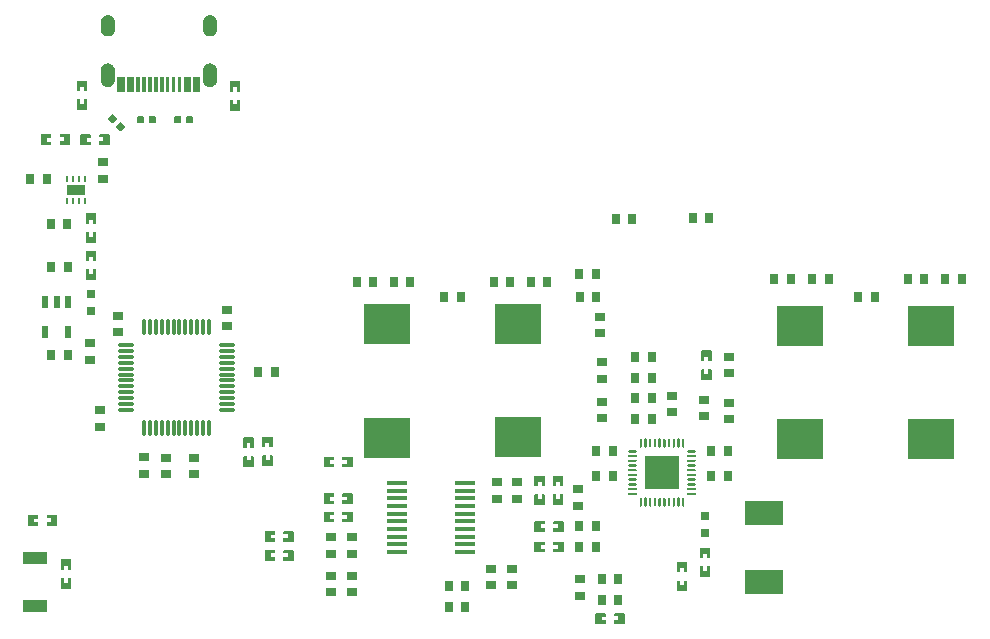
<source format=gtp>
G04 Layer: TopPasteMaskLayer*
G04 EasyEDA Pro v2.2.45.4, 2026-02-08 12:52:01*
G04 Gerber Generator version 0.3*
G04 Scale: 100 percent, Rotated: No, Reflected: No*
G04 Dimensions in millimeters*
G04 Leading zeros omitted, absolute positions, 4 integers and 5 decimals*
G04 Generated by one-click*
%FSLAX45Y45*%
%MOMM*%
%ADD10R,0.8X0.9*%
%ADD11R,0.6223X1.1049*%
%ADD12R,0.9X0.8*%
%ADD13R,0.8X0.8*%
%ADD14R,0.25001X0.521*%
%ADD15R,1.6023X0.9*%
%ADD16R,1.6X0.9*%
%ADD17O,0.27X1.5*%
%ADD18O,1.5X0.27*%
%ADD19R,2.0X1.05001*%
%ADD20R,3.99999X3.49999*%
%ADD21R,3.32001X2.15001*%
%ADD22O,1.74201X0.36401*%
G75*


G04 PolygonModel Start*
G36*
G01X5744974Y-3735003D02*
G02X5724974Y-3735003I-10000J0D01*
G01X5724974Y-3675003D01*
G02X5744974Y-3675003I10000J0D01*
G01X5744974Y-3735003D01*
G37*
G36*
G01X5704974Y-3735003D02*
G02X5684974Y-3735003I-10000J0D01*
G01X5684974Y-3675003D01*
G02X5704974Y-3675003I10000J0D01*
G01X5704974Y-3735003D01*
G37*
G36*
G01X5664974Y-3735003D02*
G02X5644974Y-3735003I-10000J0D01*
G01X5644974Y-3675003D01*
G02X5664974Y-3675003I10000J0D01*
G01X5664974Y-3735003D01*
G37*
G36*
G01X5624974Y-3735003D02*
G02X5604974Y-3735003I-10000J0D01*
G01X5604974Y-3675003D01*
G02X5624974Y-3675003I10000J0D01*
G01X5624974Y-3735003D01*
G37*
G36*
G01X5584974Y-3735003D02*
G02X5564974Y-3735003I-10000J0D01*
G01X5564974Y-3675003D01*
G02X5584974Y-3675003I10000J0D01*
G01X5584974Y-3735003D01*
G37*
G36*
G01X5544974Y-3735003D02*
G02X5524974Y-3735003I-10000J0D01*
G01X5524974Y-3675003D01*
G02X5544974Y-3675003I10000J0D01*
G01X5544974Y-3735003D01*
G37*
G36*
G01X5504974Y-3735003D02*
G02X5484974Y-3735003I-10000J0D01*
G01X5484974Y-3675003D01*
G02X5504974Y-3675003I10000J0D01*
G01X5504974Y-3735003D01*
G37*
G36*
G01X5464974Y-3735003D02*
G02X5444975Y-3735003I-10000J0D01*
G01X5444975Y-3675003D01*
G02X5464974Y-3675003I10000J0D01*
G01X5464974Y-3735003D01*
G37*
G36*
G01X5424975Y-3735003D02*
G02X5404975Y-3735003I-10000J0D01*
G01X5404975Y-3675003D01*
G02X5424975Y-3675003I10000J0D01*
G01X5424975Y-3735003D01*
G37*
G36*
G01X5384975Y-3735003D02*
G02X5364975Y-3735003I-10000J0D01*
G01X5364975Y-3675003D01*
G02X5384975Y-3675003I10000J0D01*
G01X5384975Y-3735003D01*
G37*
G36*
G01X5274975Y-4145003D02*
G02X5274975Y-4125003I0J10000D01*
G01X5334975Y-4125003D01*
G02X5334975Y-4145003I0J-10000D01*
G01X5274975Y-4145003D01*
G37*
G36*
G01X5274975Y-4104957D02*
G02X5274975Y-4084957I0J10000D01*
G01X5334975Y-4084957D01*
G02X5334975Y-4104957I0J-10000D01*
G01X5274975Y-4104957D01*
G37*
G36*
G01X5274975Y-4065079D02*
G02X5274975Y-4045079I0J10000D01*
G01X5334975Y-4045079D01*
G02X5334975Y-4065079I0J-10000D01*
G01X5274975Y-4065079D01*
G37*
G36*
G01X5274975Y-4024947D02*
G02X5274975Y-4004947I0J10000D01*
G01X5334975Y-4004947D01*
G02X5334975Y-4024947I0J-10000D01*
G01X5274975Y-4024947D01*
G37*
G36*
G01X5274975Y-3985069D02*
G02X5274975Y-3965069I0J10000D01*
G01X5334975Y-3965069D01*
G02X5334975Y-3985069I0J-10000D01*
G01X5274975Y-3985069D01*
G37*
G36*
G01X5274975Y-3944937D02*
G02X5274975Y-3924937I0J10000D01*
G01X5334975Y-3924937D01*
G02X5334975Y-3944937I0J-10000D01*
G01X5274975Y-3944937D01*
G37*
G36*
G01X5274975Y-3905059D02*
G02X5274975Y-3885059I0J10000D01*
G01X5334975Y-3885059D01*
G02X5334975Y-3905059I0J-10000D01*
G01X5274975Y-3905059D01*
G37*
G36*
G01X5274975Y-3864927D02*
G02X5274975Y-3844927I0J10000D01*
G01X5334975Y-3844927D01*
G02X5334975Y-3864927I0J-10000D01*
G01X5274975Y-3864927D01*
G37*
G36*
G01X5274975Y-3825049D02*
G02X5274975Y-3805049I0J10000D01*
G01X5334975Y-3805049D01*
G02X5334975Y-3825049I0J-10000D01*
G01X5274975Y-3825049D01*
G37*
G36*
G01X5274975Y-3785003D02*
G02X5274975Y-3765003I0J10000D01*
G01X5334975Y-3765003D01*
G02X5334975Y-3785003I0J-10000D01*
G01X5274975Y-3785003D01*
G37*
G36*
G01X5774974Y-3785003D02*
G02X5774974Y-3765003I0J10000D01*
G01X5834974Y-3765003D01*
G02X5834974Y-3785003I0J-10000D01*
G01X5774974Y-3785003D01*
G37*
G36*
G01X5774974Y-3825049D02*
G02X5774974Y-3805049I0J10000D01*
G01X5834974Y-3805049D01*
G02X5834974Y-3825049I0J-10000D01*
G01X5774974Y-3825049D01*
G37*
G36*
G01X5774974Y-3864927D02*
G02X5774974Y-3844927I0J10000D01*
G01X5834974Y-3844927D01*
G02X5834974Y-3864927I0J-10000D01*
G01X5774974Y-3864927D01*
G37*
G36*
G01X5774974Y-3905059D02*
G02X5774974Y-3885059I0J10000D01*
G01X5834974Y-3885059D01*
G02X5834974Y-3905059I0J-10000D01*
G01X5774974Y-3905059D01*
G37*
G36*
G01X5774974Y-3944937D02*
G02X5774974Y-3924937I0J10000D01*
G01X5834974Y-3924937D01*
G02X5834974Y-3944937I0J-10000D01*
G01X5774974Y-3944937D01*
G37*
G36*
G01X5774974Y-3985069D02*
G02X5774974Y-3965069I0J10000D01*
G01X5834974Y-3965069D01*
G02X5834974Y-3985069I0J-10000D01*
G01X5774974Y-3985069D01*
G37*
G36*
G01X5774974Y-4024947D02*
G02X5774974Y-4004947I0J10000D01*
G01X5834974Y-4004947D01*
G02X5834974Y-4024947I0J-10000D01*
G01X5774974Y-4024947D01*
G37*
G36*
G01X5774974Y-4065079D02*
G02X5774974Y-4045079I0J10000D01*
G01X5834974Y-4045079D01*
G02X5834974Y-4065079I0J-10000D01*
G01X5774974Y-4065079D01*
G37*
G36*
G01X5774974Y-4104957D02*
G02X5774974Y-4084957I0J10000D01*
G01X5834974Y-4084957D01*
G02X5834974Y-4104957I0J-10000D01*
G01X5774974Y-4104957D01*
G37*
G36*
G01X5774974Y-4145003D02*
G02X5774974Y-4125003I0J10000D01*
G01X5834974Y-4125003D01*
G02X5834974Y-4145003I0J-10000D01*
G01X5774974Y-4145003D01*
G37*
G36*
G01X5724974Y-4174977D02*
G02X5744974Y-4174977I10000J0D01*
G01X5744974Y-4234977D01*
G02X5724974Y-4234977I-10000J0D01*
G01X5724974Y-4174977D01*
G37*
G36*
G01X5684971Y-4174977D02*
G02X5704971Y-4174977I10000J0D01*
G01X5704971Y-4234977D01*
G02X5684971Y-4234977I-10000J0D01*
G01X5684971Y-4174977D01*
G37*
G36*
G01X5644974Y-4174977D02*
G02X5664972Y-4174977I9999J-159D01*
G01X5664972Y-4234977D01*
G02X5644974Y-4234977I-9999J159D01*
G01X5644974Y-4174977D01*
G37*
G36*
G01X5604974Y-4174977D02*
G02X5624974Y-4174977I10000J0D01*
G01X5624974Y-4234977D01*
G02X5604974Y-4234977I-10000J0D01*
G01X5604974Y-4174977D01*
G37*
G36*
G01X5564972Y-4174977D02*
G02X5584972Y-4174977I10000J0D01*
G01X5584972Y-4234977D01*
G02X5564972Y-4234977I-10000J0D01*
G01X5564972Y-4174977D01*
G37*
G36*
G01X5524972Y-4174977D02*
G02X5544972Y-4174977I10000J0D01*
G01X5544972Y-4234977D01*
G02X5524972Y-4234977I-10000J0D01*
G01X5524972Y-4174977D01*
G37*
G36*
G01X5484974Y-4174977D02*
G02X5504974Y-4174977I10000J0D01*
G01X5504974Y-4234977D01*
G02X5484974Y-4234977I-10000J0D01*
G01X5484974Y-4174977D01*
G37*
G36*
G01X5444972Y-4174977D02*
G02X5464974Y-4174977I10001J0D01*
G01X5464974Y-4234977D01*
G02X5444972Y-4234977I-10001J0D01*
G01X5444972Y-4174977D01*
G37*
G36*
G01X5404972Y-4174977D02*
G02X5424972Y-4174977I10000J0D01*
G01X5424972Y-4234977D01*
G02X5404972Y-4234977I-10000J0D01*
G01X5404972Y-4174977D01*
G37*
G36*
G01X5364975Y-4174977D02*
G02X5384975Y-4174977I10000J0D01*
G01X5384975Y-4234977D01*
G02X5364975Y-4234977I-10000J0D01*
G01X5364975Y-4174977D01*
G37*
G36*
G01X5414987Y-4095003D02*
G01X5414987Y-3815003D01*
G01X5694989Y-3815003D01*
G01X5694989Y-4095003D01*
G01X5414987Y-4095003D01*
G37*
G36*
G01X1427007Y-987457D02*
G01X1427007Y-942464D01*
G01X1432008Y-937457D01*
G01X1480007Y-937457D01*
G01X1487007Y-942464D01*
G01X1487007Y-987457D01*
G01X1480007Y-992464D01*
G01X1432008Y-992464D01*
G01X1427007Y-987457D01*
G37*
G36*
G01X1523009Y-987457D02*
G01X1523009Y-942464D01*
G01X1530006Y-937457D01*
G01X1578007Y-937457D01*
G01X1583009Y-942464D01*
G01X1583009Y-987457D01*
G01X1578007Y-992464D01*
G01X1530006Y-992464D01*
G01X1523009Y-987457D01*
G37*
G36*
G01X1267984Y-942535D02*
G01X1267984Y-987529D01*
G01X1262983Y-992535D01*
G01X1214984Y-992535D01*
G01X1207984Y-987529D01*
G01X1207984Y-942535D01*
G01X1214984Y-937529D01*
G01X1262983Y-937529D01*
G01X1267984Y-942535D01*
G37*
G36*
G01X1171982Y-942535D02*
G01X1171982Y-987529D01*
G01X1164984Y-992535D01*
G01X1116983Y-992535D01*
G01X1111982Y-987529D01*
G01X1111982Y-942535D01*
G01X1116983Y-937529D01*
G01X1164984Y-937529D01*
G01X1171982Y-942535D01*
G37*
G36*
G01X863968Y-950733D02*
G01X895783Y-918917D01*
G01X902859Y-918914D01*
G01X936799Y-952854D01*
G01X938209Y-961344D01*
G01X906394Y-993159D01*
G01X897904Y-991749D01*
G01X863964Y-957809D01*
G01X863968Y-950733D01*
G37*
G36*
G01X931851Y-1018616D02*
G01X963667Y-986801D01*
G01X972155Y-988209D01*
G01X1006097Y-1022151D01*
G01X1006093Y-1029227D01*
G01X974278Y-1061043D01*
G01X967201Y-1061046D01*
G01X933259Y-1027104D01*
G01X931851Y-1018616D01*
G37*
G36*
G01X2009995Y-3660489D02*
G01X2009995Y-3740488D01*
G01X2014997Y-3745490D01*
G01X2037793Y-3745490D01*
G01X2037793Y-3708490D01*
G01X2070793Y-3708490D01*
G01X2070793Y-3745490D01*
G01X2094996Y-3745490D01*
G01X2099995Y-3740488D01*
G01X2099995Y-3660489D01*
G01X2094996Y-3655490D01*
G01X2014997Y-3655490D01*
G01X2009995Y-3660489D01*
G37*
G36*
G01X2099993Y-3899492D02*
G01X2099993Y-3819493D01*
G01X2094991Y-3814491D01*
G01X2072195Y-3814491D01*
G01X2072195Y-3851492D01*
G01X2039195Y-3851492D01*
G01X2039195Y-3814491D01*
G01X2014992Y-3814491D01*
G01X2009993Y-3819493D01*
G01X2009993Y-3899492D01*
G01X2014992Y-3904491D01*
G01X2094991Y-3904491D01*
G01X2099993Y-3899492D01*
G37*
G36*
G01X2259992Y-3894492D02*
G01X2259992Y-3814493D01*
G01X2254991Y-3809491D01*
G01X2232195Y-3809491D01*
G01X2232195Y-3846492D01*
G01X2199195Y-3846492D01*
G01X2199195Y-3809491D01*
G01X2174991Y-3809491D01*
G01X2169992Y-3814493D01*
G01X2169992Y-3894492D01*
G01X2174991Y-3899491D01*
G01X2254991Y-3899491D01*
G01X2259992Y-3894492D01*
G37*
G36*
G01X2169995Y-3655489D02*
G01X2169995Y-3735488D01*
G01X2174996Y-3740490D01*
G01X2197793Y-3740490D01*
G01X2197793Y-3703490D01*
G01X2230792Y-3703490D01*
G01X2230792Y-3740490D01*
G01X2254996Y-3740490D01*
G01X2259995Y-3735488D01*
G01X2259995Y-3655489D01*
G01X2254996Y-3650490D01*
G01X2174996Y-3650490D01*
G01X2169995Y-3655489D01*
G37*
G36*
G01X599998Y-640495D02*
G01X599998Y-720494D01*
G01X604999Y-725496D01*
G01X627796Y-725496D01*
G01X627796Y-688496D01*
G01X660796Y-688496D01*
G01X660796Y-725496D01*
G01X684999Y-725496D01*
G01X689998Y-720494D01*
G01X689998Y-640495D01*
G01X684999Y-635496D01*
G01X604999Y-635496D01*
G01X599998Y-640495D01*
G37*
G36*
G01X689995Y-879498D02*
G01X689995Y-799499D01*
G01X684994Y-794497D01*
G01X662198Y-794497D01*
G01X662198Y-831498D01*
G01X629198Y-831498D01*
G01X629198Y-794497D01*
G01X604994Y-794497D01*
G01X599996Y-799499D01*
G01X599996Y-879498D01*
G01X604994Y-884497D01*
G01X684994Y-884497D01*
G01X689995Y-879498D01*
G37*
G36*
G01X1894996Y-645495D02*
G01X1894996Y-725494D01*
G01X1899997Y-730496D01*
G01X1922793Y-730496D01*
G01X1922793Y-693496D01*
G01X1955793Y-693496D01*
G01X1955793Y-730496D01*
G01X1979997Y-730496D01*
G01X1984995Y-725494D01*
G01X1984995Y-645495D01*
G01X1979997Y-640496D01*
G01X1899997Y-640496D01*
G01X1894996Y-645495D01*
G37*
G36*
G01X1984993Y-884498D02*
G01X1984993Y-804499D01*
G01X1979992Y-799497D01*
G01X1957195Y-799497D01*
G01X1957195Y-836498D01*
G01X1924195Y-836498D01*
G01X1924195Y-799497D01*
G01X1899992Y-799497D01*
G01X1894993Y-804499D01*
G01X1894993Y-884498D01*
G01X1899992Y-889497D01*
G01X1979992Y-889497D01*
G01X1984993Y-884498D01*
G37*
G36*
G01X300495Y-1179994D02*
G01X380495Y-1179994D01*
G01X385496Y-1174993D01*
G01X385496Y-1152197D01*
G01X348496Y-1152197D01*
G01X348496Y-1119197D01*
G01X385496Y-1119197D01*
G01X385496Y-1094993D01*
G01X380495Y-1089995D01*
G01X300495Y-1089995D01*
G01X295497Y-1094993D01*
G01X295497Y-1174993D01*
G01X300495Y-1179994D01*
G37*
G36*
G01X539499Y-1089997D02*
G01X459499Y-1089997D01*
G01X454498Y-1094998D01*
G01X454498Y-1117795D01*
G01X491498Y-1117795D01*
G01X491498Y-1150795D01*
G01X454498Y-1150795D01*
G01X454498Y-1174998D01*
G01X459499Y-1179997D01*
G01X539499Y-1179997D01*
G01X544498Y-1174998D01*
G01X544498Y-1094998D01*
G01X539499Y-1089997D01*
G37*
G36*
G01X635495Y-1179994D02*
G01X715495Y-1179994D01*
G01X720496Y-1174993D01*
G01X720496Y-1152197D01*
G01X683496Y-1152197D01*
G01X683496Y-1119197D01*
G01X720496Y-1119197D01*
G01X720496Y-1094993D01*
G01X715495Y-1089995D01*
G01X635495Y-1089995D01*
G01X630496Y-1094993D01*
G01X630496Y-1174993D01*
G01X635495Y-1179994D01*
G37*
G36*
G01X874499Y-1089997D02*
G01X794499Y-1089997D01*
G01X789497Y-1094998D01*
G01X789497Y-1117795D01*
G01X826498Y-1117795D01*
G01X826498Y-1150795D01*
G01X789497Y-1150795D01*
G01X789497Y-1174998D01*
G01X794499Y-1179997D01*
G01X874499Y-1179997D01*
G01X879497Y-1174998D01*
G01X879497Y-1094998D01*
G01X874499Y-1089997D01*
G37*
G36*
G01X674998Y-1765492D02*
G01X674998Y-1845492D01*
G01X679999Y-1850494D01*
G01X702796Y-1850494D01*
G01X702796Y-1813493D01*
G01X735795Y-1813493D01*
G01X735795Y-1850494D01*
G01X759999Y-1850494D01*
G01X764998Y-1845492D01*
G01X764998Y-1765492D01*
G01X759999Y-1760494D01*
G01X679999Y-1760494D01*
G01X674998Y-1765492D01*
G37*
G36*
G01X764995Y-2004496D02*
G01X764995Y-1924496D01*
G01X759994Y-1919495D01*
G01X737198Y-1919495D01*
G01X737198Y-1956495D01*
G01X704198Y-1956495D01*
G01X704198Y-1919495D01*
G01X679994Y-1919495D01*
G01X674995Y-1924496D01*
G01X674995Y-2004496D01*
G01X679994Y-2009495D01*
G01X759994Y-2009495D01*
G01X764995Y-2004496D01*
G37*
G36*
G01X674998Y-2080492D02*
G01X674998Y-2160492D01*
G01X679999Y-2165493D01*
G01X702796Y-2165493D01*
G01X702796Y-2128493D01*
G01X735795Y-2128493D01*
G01X735795Y-2165493D01*
G01X759999Y-2165493D01*
G01X764998Y-2160492D01*
G01X764998Y-2080492D01*
G01X759999Y-2075493D01*
G01X679999Y-2075493D01*
G01X674998Y-2080492D01*
G37*
G36*
G01X764995Y-2319496D02*
G01X764995Y-2239496D01*
G01X759994Y-2234495D01*
G01X737198Y-2234495D01*
G01X737198Y-2271495D01*
G01X704198Y-2271495D01*
G01X704198Y-2234495D01*
G01X679994Y-2234495D01*
G01X674995Y-2239496D01*
G01X674995Y-2319496D01*
G01X679994Y-2324494D01*
G01X759994Y-2324494D01*
G01X764995Y-2319496D01*
G37*
G36*
G01X944994Y-602397D02*
G01X944994Y-732394D01*
G01X974994Y-732394D01*
G01X974996Y-732394D01*
G01X1004996Y-732394D01*
G01X1004996Y-602397D01*
G01X974996Y-602397D01*
G01X974994Y-602397D01*
G01X944994Y-602397D01*
G37*
G36*
G01X1355000Y-602412D02*
G01X1355000Y-732415D01*
G01X1385000Y-732415D01*
G01X1385000Y-602412D01*
G01X1355000Y-602412D01*
G37*
G36*
G01X1584992Y-602412D02*
G01X1584992Y-732415D01*
G01X1614992Y-732415D01*
G01X1614992Y-732399D01*
G01X1644990Y-732399D01*
G01X1644990Y-602397D01*
G01X1614990Y-602397D01*
G01X1614990Y-602412D01*
G01X1584992Y-602412D01*
G37*
G36*
G01X1255001Y-602412D02*
G01X1255001Y-732415D01*
G01X1285001Y-732415D01*
G01X1285001Y-602412D01*
G01X1255001Y-602412D01*
G37*
G36*
G01X1104988Y-602410D02*
G01X1104988Y-732412D01*
G01X1134988Y-732412D01*
G01X1134988Y-602410D01*
G01X1104988Y-602410D01*
G37*
G36*
G01X1434988Y-732412D02*
G01X1434988Y-602410D01*
G01X1404988Y-602410D01*
G01X1404988Y-732412D01*
G01X1434988Y-732412D01*
G37*
G36*
G01X1155026Y-602410D02*
G01X1155026Y-732412D01*
G01X1185026Y-732412D01*
G01X1185026Y-602410D01*
G01X1155026Y-602410D01*
G37*
G36*
G01X1204988Y-602410D02*
G01X1204988Y-732412D01*
G01X1234988Y-732412D01*
G01X1234988Y-602410D01*
G01X1204988Y-602410D01*
G37*
G36*
G01X1455000Y-602410D02*
G01X1455000Y-732412D01*
G01X1485000Y-732412D01*
G01X1485000Y-602410D01*
G01X1455000Y-602410D01*
G37*
G36*
G01X1304988Y-602410D02*
G01X1304988Y-732412D01*
G01X1334988Y-732412D01*
G01X1334988Y-602410D01*
G01X1304988Y-602410D01*
G37*
G36*
G01X1504993Y-602402D02*
G01X1504993Y-732399D01*
G01X1534995Y-732399D01*
G01X1534995Y-732397D01*
G01X1564990Y-732397D01*
G01X1564990Y-602400D01*
G01X1534987Y-602400D01*
G01X1534987Y-602402D01*
G01X1504993Y-602402D01*
G37*
G36*
G01X1723024Y-690403D02*
G01X1726011Y-690553D01*
G01X1729003Y-690553D01*
G01X1731990Y-690403D01*
G01X1734967Y-690106D01*
G01X1737926Y-689659D01*
G01X1740857Y-689067D01*
G01X1743758Y-688328D01*
G01X1746615Y-687447D01*
G01X1749427Y-686423D01*
G01X1752183Y-685262D01*
G01X1754880Y-683964D01*
G01X1757507Y-682532D01*
G01X1760059Y-680972D01*
G01X1762531Y-679288D01*
G01X1764916Y-677480D01*
G01X1767207Y-675557D01*
G01X1769401Y-673522D01*
G01X1771489Y-671381D01*
G01X1773471Y-669138D01*
G01X1775335Y-666799D01*
G01X1777080Y-664371D01*
G01X1778703Y-661856D01*
G01X1780199Y-659265D01*
G01X1781566Y-656603D01*
G01X1782795Y-653878D01*
G01X1783887Y-651092D01*
G01X1784842Y-648257D01*
G01X1785652Y-645377D01*
G01X1786318Y-642461D01*
G01X1786836Y-639514D01*
G01X1787209Y-636545D01*
G01X1787433Y-633560D01*
G01X1787507Y-630571D01*
G01X1787507Y-550571D01*
G01X1787433Y-547581D01*
G01X1787209Y-544597D01*
G01X1786836Y-541628D01*
G01X1786318Y-538681D01*
G01X1785652Y-535765D01*
G01X1784842Y-532885D01*
G01X1783887Y-530050D01*
G01X1782795Y-527264D01*
G01X1781566Y-524539D01*
G01X1780199Y-521877D01*
G01X1778703Y-519286D01*
G01X1777080Y-516771D01*
G01X1775335Y-514343D01*
G01X1773471Y-512004D01*
G01X1771489Y-509761D01*
G01X1769401Y-507620D01*
G01X1767207Y-505585D01*
G01X1764916Y-503662D01*
G01X1762531Y-501854D01*
G01X1760059Y-500170D01*
G01X1757507Y-498610D01*
G01X1754880Y-497178D01*
G01X1752183Y-495880D01*
G01X1749427Y-494719D01*
G01X1746615Y-493695D01*
G01X1743758Y-492814D01*
G01X1740857Y-492075D01*
G01X1737926Y-491483D01*
G01X1734967Y-491036D01*
G01X1731990Y-490739D01*
G01X1729003Y-490589D01*
G01X1726011Y-490589D01*
G01X1723024Y-490739D01*
G01X1720047Y-491036D01*
G01X1717088Y-491483D01*
G01X1714156Y-492075D01*
G01X1711256Y-492814D01*
G01X1708398Y-493695D01*
G01X1705587Y-494719D01*
G01X1702831Y-495880D01*
G01X1700133Y-497178D01*
G01X1697507Y-498610D01*
G01X1694954Y-500170D01*
G01X1692483Y-501854D01*
G01X1690098Y-503662D01*
G01X1687807Y-505585D01*
G01X1685612Y-507620D01*
G01X1683524Y-509761D01*
G01X1681543Y-512004D01*
G01X1679679Y-514343D01*
G01X1677934Y-516771D01*
G01X1676310Y-519286D01*
G01X1674814Y-521877D01*
G01X1673448Y-524539D01*
G01X1672219Y-527264D01*
G01X1671126Y-530050D01*
G01X1670171Y-532885D01*
G01X1669361Y-535765D01*
G01X1668696Y-538681D01*
G01X1668177Y-541628D01*
G01X1667804Y-544597D01*
G01X1667580Y-547581D01*
G01X1667507Y-550571D01*
G01X1667507Y-630571D01*
G01X1667580Y-633560D01*
G01X1667804Y-636545D01*
G01X1668177Y-639514D01*
G01X1668696Y-642461D01*
G01X1669361Y-645377D01*
G01X1670171Y-648257D01*
G01X1671126Y-651092D01*
G01X1672219Y-653878D01*
G01X1673448Y-656603D01*
G01X1674814Y-659265D01*
G01X1676310Y-661856D01*
G01X1677934Y-664371D01*
G01X1679679Y-666799D01*
G01X1681543Y-669138D01*
G01X1683524Y-671381D01*
G01X1685612Y-673522D01*
G01X1687807Y-675557D01*
G01X1690098Y-677480D01*
G01X1692483Y-679288D01*
G01X1694954Y-680972D01*
G01X1697507Y-682532D01*
G01X1700133Y-683964D01*
G01X1702831Y-685262D01*
G01X1705587Y-686423D01*
G01X1708398Y-687447D01*
G01X1711256Y-688328D01*
G01X1714156Y-689067D01*
G01X1717088Y-689659D01*
G01X1720047Y-690106D01*
G01X1723024Y-690403D01*
G37*
G36*
G01X858001Y-690403D02*
G01X860988Y-690553D01*
G01X863980Y-690553D01*
G01X866967Y-690403D01*
G01X869944Y-690106D01*
G01X872903Y-689659D01*
G01X875835Y-689067D01*
G01X878735Y-688328D01*
G01X881593Y-687447D01*
G01X884405Y-686423D01*
G01X887160Y-685262D01*
G01X889858Y-683964D01*
G01X892484Y-682532D01*
G01X895037Y-680972D01*
G01X897508Y-679288D01*
G01X899893Y-677480D01*
G01X902185Y-675557D01*
G01X904379Y-673522D01*
G01X906467Y-671381D01*
G01X908448Y-669138D01*
G01X910313Y-666799D01*
G01X912057Y-664371D01*
G01X913681Y-661856D01*
G01X915177Y-659265D01*
G01X916543Y-656603D01*
G01X917772Y-653878D01*
G01X918865Y-651092D01*
G01X919820Y-648257D01*
G01X920630Y-645377D01*
G01X921295Y-642461D01*
G01X921814Y-639514D01*
G01X922187Y-636545D01*
G01X922411Y-633560D01*
G01X922484Y-630571D01*
G01X922484Y-550571D01*
G01X922411Y-547581D01*
G01X922187Y-544597D01*
G01X921814Y-541628D01*
G01X921295Y-538681D01*
G01X920630Y-535765D01*
G01X919820Y-532885D01*
G01X918865Y-530050D01*
G01X917772Y-527264D01*
G01X916543Y-524539D01*
G01X915177Y-521877D01*
G01X913681Y-519286D01*
G01X912057Y-516771D01*
G01X910313Y-514343D01*
G01X908448Y-512004D01*
G01X906467Y-509761D01*
G01X904379Y-507620D01*
G01X902185Y-505585D01*
G01X899893Y-503662D01*
G01X897508Y-501854D01*
G01X895037Y-500170D01*
G01X892484Y-498610D01*
G01X889858Y-497178D01*
G01X887160Y-495880D01*
G01X884405Y-494719D01*
G01X881593Y-493695D01*
G01X878735Y-492814D01*
G01X875835Y-492075D01*
G01X872903Y-491483D01*
G01X869944Y-491036D01*
G01X866967Y-490739D01*
G01X863980Y-490589D01*
G01X860988Y-490589D01*
G01X858001Y-490739D01*
G01X855024Y-491036D01*
G01X852065Y-491483D01*
G01X849134Y-492075D01*
G01X846233Y-492814D01*
G01X843376Y-493695D01*
G01X840564Y-494719D01*
G01X837808Y-495880D01*
G01X835111Y-497178D01*
G01X832484Y-498610D01*
G01X829932Y-500170D01*
G01X827460Y-501854D01*
G01X825075Y-503662D01*
G01X822784Y-505585D01*
G01X820590Y-507620D01*
G01X818502Y-509761D01*
G01X816520Y-512004D01*
G01X814656Y-514343D01*
G01X812911Y-516771D01*
G01X811288Y-519286D01*
G01X809792Y-521877D01*
G01X808425Y-524539D01*
G01X807196Y-527264D01*
G01X806104Y-530050D01*
G01X805149Y-532885D01*
G01X804339Y-535765D01*
G01X803673Y-538681D01*
G01X803155Y-541628D01*
G01X802782Y-544597D01*
G01X802558Y-547581D01*
G01X802484Y-550571D01*
G01X802484Y-630571D01*
G01X802558Y-633560D01*
G01X802782Y-636545D01*
G01X803155Y-639514D01*
G01X803673Y-642461D01*
G01X804339Y-645377D01*
G01X805149Y-648257D01*
G01X806104Y-651092D01*
G01X807196Y-653878D01*
G01X808425Y-656603D01*
G01X809792Y-659265D01*
G01X811288Y-661856D01*
G01X812911Y-664371D01*
G01X814656Y-666799D01*
G01X816520Y-669138D01*
G01X818502Y-671381D01*
G01X820590Y-673522D01*
G01X822784Y-675557D01*
G01X825075Y-677480D01*
G01X827460Y-679288D01*
G01X829932Y-680972D01*
G01X832484Y-682532D01*
G01X835111Y-683964D01*
G01X837808Y-685262D01*
G01X840564Y-686423D01*
G01X843376Y-687447D01*
G01X846233Y-688328D01*
G01X849134Y-689067D01*
G01X852065Y-689659D01*
G01X855024Y-690106D01*
G01X858001Y-690403D01*
G37*
G36*
G01X1729003Y-262563D02*
G01X1731990Y-262413D01*
G01X1734967Y-262116D01*
G01X1737926Y-261669D01*
G01X1740857Y-261077D01*
G01X1743758Y-260338D01*
G01X1746615Y-259457D01*
G01X1749427Y-258433D01*
G01X1752183Y-257272D01*
G01X1754880Y-255974D01*
G01X1757507Y-254542D01*
G01X1760059Y-252982D01*
G01X1762531Y-251298D01*
G01X1764916Y-249490D01*
G01X1767207Y-247567D01*
G01X1769401Y-245532D01*
G01X1771489Y-243391D01*
G01X1773471Y-241148D01*
G01X1775335Y-238809D01*
G01X1777080Y-236381D01*
G01X1778703Y-233866D01*
G01X1780199Y-231275D01*
G01X1781566Y-228613D01*
G01X1782795Y-225888D01*
G01X1783887Y-223102D01*
G01X1784842Y-220267D01*
G01X1785652Y-217387D01*
G01X1786318Y-214471D01*
G01X1786836Y-211524D01*
G01X1787209Y-208555D01*
G01X1787433Y-205570D01*
G01X1787507Y-202581D01*
G01X1787507Y-142581D01*
G01X1787433Y-139591D01*
G01X1787209Y-136607D01*
G01X1786836Y-133638D01*
G01X1786318Y-130691D01*
G01X1785652Y-127775D01*
G01X1784842Y-124895D01*
G01X1783887Y-122060D01*
G01X1782795Y-119274D01*
G01X1781566Y-116549D01*
G01X1780199Y-113887D01*
G01X1778703Y-111296D01*
G01X1777080Y-108781D01*
G01X1775335Y-106353D01*
G01X1773471Y-104014D01*
G01X1771489Y-101771D01*
G01X1769401Y-99630D01*
G01X1767207Y-97595D01*
G01X1764916Y-95672D01*
G01X1762531Y-93864D01*
G01X1760059Y-92180D01*
G01X1757507Y-90620D01*
G01X1754880Y-89188D01*
G01X1752183Y-87890D01*
G01X1749427Y-86729D01*
G01X1746615Y-85705D01*
G01X1743758Y-84824D01*
G01X1740857Y-84085D01*
G01X1737926Y-83493D01*
G01X1734967Y-83046D01*
G01X1731990Y-82749D01*
G01X1729003Y-82599D01*
G01X1726011Y-82599D01*
G01X1723024Y-82749D01*
G01X1720047Y-83046D01*
G01X1717088Y-83493D01*
G01X1714156Y-84085D01*
G01X1711256Y-84824D01*
G01X1708398Y-85705D01*
G01X1705587Y-86729D01*
G01X1702831Y-87890D01*
G01X1700133Y-89188D01*
G01X1697507Y-90620D01*
G01X1694954Y-92180D01*
G01X1692483Y-93864D01*
G01X1690098Y-95672D01*
G01X1687807Y-97595D01*
G01X1685612Y-99630D01*
G01X1683524Y-101771D01*
G01X1681543Y-104014D01*
G01X1679679Y-106353D01*
G01X1677934Y-108781D01*
G01X1676310Y-111296D01*
G01X1674814Y-113887D01*
G01X1673448Y-116549D01*
G01X1672219Y-119274D01*
G01X1671126Y-122060D01*
G01X1670171Y-124895D01*
G01X1669361Y-127775D01*
G01X1668696Y-130691D01*
G01X1668177Y-133638D01*
G01X1667804Y-136607D01*
G01X1667580Y-139591D01*
G01X1667507Y-142581D01*
G01X1667507Y-202581D01*
G01X1667580Y-205570D01*
G01X1667804Y-208555D01*
G01X1668177Y-211524D01*
G01X1668696Y-214471D01*
G01X1669361Y-217387D01*
G01X1670171Y-220267D01*
G01X1671126Y-223102D01*
G01X1672219Y-225888D01*
G01X1673448Y-228613D01*
G01X1674814Y-231275D01*
G01X1676310Y-233866D01*
G01X1677934Y-236381D01*
G01X1679679Y-238809D01*
G01X1681543Y-241148D01*
G01X1683524Y-243391D01*
G01X1685612Y-245532D01*
G01X1687807Y-247567D01*
G01X1690098Y-249490D01*
G01X1692483Y-251298D01*
G01X1694954Y-252982D01*
G01X1697507Y-254542D01*
G01X1700133Y-255974D01*
G01X1702831Y-257272D01*
G01X1705587Y-258433D01*
G01X1708398Y-259457D01*
G01X1711256Y-260338D01*
G01X1714156Y-261077D01*
G01X1717088Y-261669D01*
G01X1720047Y-262116D01*
G01X1723024Y-262413D01*
G01X1726011Y-262563D01*
G01X1729003Y-262563D01*
G37*
G36*
G01X858001Y-262413D02*
G01X860988Y-262563D01*
G01X863980Y-262563D01*
G01X866967Y-262413D01*
G01X869944Y-262116D01*
G01X872903Y-261669D01*
G01X875835Y-261077D01*
G01X878735Y-260338D01*
G01X881593Y-259457D01*
G01X884405Y-258433D01*
G01X887160Y-257272D01*
G01X889858Y-255974D01*
G01X892484Y-254542D01*
G01X895037Y-252982D01*
G01X897508Y-251298D01*
G01X899893Y-249490D01*
G01X902185Y-247567D01*
G01X904379Y-245532D01*
G01X906467Y-243391D01*
G01X908448Y-241148D01*
G01X910313Y-238809D01*
G01X912057Y-236381D01*
G01X913681Y-233866D01*
G01X915177Y-231275D01*
G01X916543Y-228613D01*
G01X917772Y-225888D01*
G01X918865Y-223102D01*
G01X919820Y-220267D01*
G01X920630Y-217387D01*
G01X921295Y-214471D01*
G01X921814Y-211524D01*
G01X922187Y-208555D01*
G01X922411Y-205570D01*
G01X922484Y-202581D01*
G01X922484Y-142581D01*
G01X922411Y-139591D01*
G01X922187Y-136607D01*
G01X921814Y-133638D01*
G01X921295Y-130691D01*
G01X920630Y-127775D01*
G01X919820Y-124895D01*
G01X918865Y-122060D01*
G01X917772Y-119274D01*
G01X916543Y-116549D01*
G01X915177Y-113887D01*
G01X913681Y-111296D01*
G01X912057Y-108781D01*
G01X910313Y-106353D01*
G01X908448Y-104014D01*
G01X906467Y-101771D01*
G01X904379Y-99630D01*
G01X902185Y-97595D01*
G01X899893Y-95672D01*
G01X897508Y-93864D01*
G01X895037Y-92180D01*
G01X892484Y-90620D01*
G01X889858Y-89188D01*
G01X887160Y-87890D01*
G01X884405Y-86729D01*
G01X881593Y-85705D01*
G01X878735Y-84824D01*
G01X875835Y-84085D01*
G01X872903Y-83493D01*
G01X869944Y-83046D01*
G01X866967Y-82749D01*
G01X863980Y-82599D01*
G01X860988Y-82599D01*
G01X858001Y-82749D01*
G01X855024Y-83046D01*
G01X852065Y-83493D01*
G01X849134Y-84085D01*
G01X846233Y-84824D01*
G01X843376Y-85705D01*
G01X840564Y-86729D01*
G01X837808Y-87890D01*
G01X835111Y-89188D01*
G01X832484Y-90620D01*
G01X829932Y-92180D01*
G01X827460Y-93864D01*
G01X825075Y-95672D01*
G01X822784Y-97595D01*
G01X820590Y-99630D01*
G01X818502Y-101771D01*
G01X816520Y-104014D01*
G01X814656Y-106353D01*
G01X812911Y-108781D01*
G01X811288Y-111296D01*
G01X809792Y-113887D01*
G01X808425Y-116549D01*
G01X807196Y-119274D01*
G01X806104Y-122060D01*
G01X805149Y-124895D01*
G01X804339Y-127775D01*
G01X803673Y-130691D01*
G01X803155Y-133638D01*
G01X802782Y-136607D01*
G01X802558Y-139591D01*
G01X802484Y-142581D01*
G01X802484Y-202581D01*
G01X802558Y-205570D01*
G01X802782Y-208555D01*
G01X803155Y-211524D01*
G01X803673Y-214471D01*
G01X804339Y-217387D01*
G01X805149Y-220267D01*
G01X806104Y-223102D01*
G01X807196Y-225888D01*
G01X808425Y-228613D01*
G01X809792Y-231275D01*
G01X811288Y-233866D01*
G01X812911Y-236381D01*
G01X814656Y-238809D01*
G01X816520Y-241148D01*
G01X818502Y-243391D01*
G01X820590Y-245532D01*
G01X822784Y-247567D01*
G01X825075Y-249490D01*
G01X827460Y-251298D01*
G01X829932Y-252982D01*
G01X832484Y-254542D01*
G01X835111Y-255974D01*
G01X837808Y-257272D01*
G01X840564Y-258433D01*
G01X843376Y-259457D01*
G01X846233Y-260338D01*
G01X849134Y-261077D01*
G01X852065Y-261669D01*
G01X855024Y-262116D01*
G01X858001Y-262413D01*
G37*
G36*
G01X1024978Y-602418D02*
G01X1024978Y-732415D01*
G01X1054978Y-732415D01*
G01X1054981Y-732415D01*
G01X1084981Y-732415D01*
G01X1084981Y-602418D01*
G01X1054981Y-602418D01*
G01X1054978Y-602418D01*
G01X1024978Y-602418D01*
G37*
G36*
G01X190496Y-4404988D02*
G01X270495Y-4404988D01*
G01X275497Y-4399987D01*
G01X275497Y-4377190D01*
G01X238496Y-4377190D01*
G01X238496Y-4344191D01*
G01X275497Y-4344191D01*
G01X275497Y-4319987D01*
G01X270495Y-4314988D01*
G01X190496Y-4314988D01*
G01X185497Y-4319987D01*
G01X185497Y-4399987D01*
G01X190496Y-4404988D01*
G37*
G36*
G01X429499Y-4314991D02*
G01X349500Y-4314991D01*
G01X344498Y-4319992D01*
G01X344498Y-4342788D01*
G01X381498Y-4342788D01*
G01X381498Y-4375788D01*
G01X344498Y-4375788D01*
G01X344498Y-4399992D01*
G01X349500Y-4404991D01*
G01X429499Y-4404991D01*
G01X434498Y-4399992D01*
G01X434498Y-4319992D01*
G01X429499Y-4314991D01*
G37*
G36*
G01X464998Y-4695487D02*
G01X464998Y-4775486D01*
G01X470000Y-4780488D01*
G01X492796Y-4780488D01*
G01X492796Y-4743487D01*
G01X525796Y-4743487D01*
G01X525796Y-4780488D01*
G01X550000Y-4780488D01*
G01X554998Y-4775486D01*
G01X554998Y-4695487D01*
G01X550000Y-4690488D01*
G01X470000Y-4690488D01*
G01X464998Y-4695487D01*
G37*
G36*
G01X554996Y-4934490D02*
G01X554996Y-4854491D01*
G01X549994Y-4849489D01*
G01X527198Y-4849489D01*
G01X527198Y-4886489D01*
G01X494198Y-4886489D01*
G01X494198Y-4849489D01*
G01X469995Y-4849489D01*
G01X464996Y-4854491D01*
G01X464996Y-4934490D01*
G01X469995Y-4939489D01*
G01X549994Y-4939489D01*
G01X554996Y-4934490D01*
G37*
G36*
G01X2934494Y-4129991D02*
G01X2854495Y-4129991D01*
G01X2849493Y-4134992D01*
G01X2849493Y-4157789D01*
G01X2886493Y-4157789D01*
G01X2886493Y-4190789D01*
G01X2849493Y-4190789D01*
G01X2849493Y-4214992D01*
G01X2854495Y-4219991D01*
G01X2934494Y-4219991D01*
G01X2939493Y-4214992D01*
G01X2939493Y-4134992D01*
G01X2934494Y-4129991D01*
G37*
G36*
G01X2695491Y-4219988D02*
G01X2775490Y-4219988D01*
G01X2780492Y-4214987D01*
G01X2780492Y-4192191D01*
G01X2743491Y-4192191D01*
G01X2743491Y-4159191D01*
G01X2780492Y-4159191D01*
G01X2780492Y-4134987D01*
G01X2775490Y-4129989D01*
G01X2695491Y-4129989D01*
G01X2690492Y-4134987D01*
G01X2690492Y-4214987D01*
G01X2695491Y-4219988D01*
G37*
G36*
G01X2934494Y-3819992D02*
G01X2854495Y-3819992D01*
G01X2849493Y-3824993D01*
G01X2849493Y-3847789D01*
G01X2886493Y-3847789D01*
G01X2886493Y-3880789D01*
G01X2849493Y-3880789D01*
G01X2849493Y-3904993D01*
G01X2854495Y-3909992D01*
G01X2934494Y-3909992D01*
G01X2939493Y-3904993D01*
G01X2939493Y-3824993D01*
G01X2934494Y-3819992D01*
G37*
G36*
G01X2695491Y-3909989D02*
G01X2775490Y-3909989D01*
G01X2780492Y-3904988D01*
G01X2780492Y-3882191D01*
G01X2743491Y-3882191D01*
G01X2743491Y-3849192D01*
G01X2780492Y-3849192D01*
G01X2780492Y-3824988D01*
G01X2775490Y-3819989D01*
G01X2695491Y-3819989D01*
G01X2690492Y-3824988D01*
G01X2690492Y-3904988D01*
G01X2695491Y-3909989D01*
G37*
G36*
G01X2934494Y-4284991D02*
G01X2854495Y-4284991D01*
G01X2849493Y-4289992D01*
G01X2849493Y-4312789D01*
G01X2886493Y-4312789D01*
G01X2886493Y-4345788D01*
G01X2849493Y-4345788D01*
G01X2849493Y-4369992D01*
G01X2854495Y-4374991D01*
G01X2934494Y-4374991D01*
G01X2939493Y-4369992D01*
G01X2939493Y-4289992D01*
G01X2934494Y-4284991D01*
G37*
G36*
G01X2695491Y-4374988D02*
G01X2775490Y-4374988D01*
G01X2780492Y-4369987D01*
G01X2780492Y-4347190D01*
G01X2743491Y-4347190D01*
G01X2743491Y-4314191D01*
G01X2780492Y-4314191D01*
G01X2780492Y-4289987D01*
G01X2775490Y-4284988D01*
G01X2695491Y-4284988D01*
G01X2690492Y-4289987D01*
G01X2690492Y-4369987D01*
G01X2695491Y-4374988D01*
G37*
G36*
G01X4719491Y-4364991D02*
G01X4639491Y-4364991D01*
G01X4634490Y-4369992D01*
G01X4634490Y-4392788D01*
G01X4671490Y-4392788D01*
G01X4671490Y-4425788D01*
G01X4634490Y-4425788D01*
G01X4634490Y-4449992D01*
G01X4639491Y-4454990D01*
G01X4719491Y-4454990D01*
G01X4724490Y-4449992D01*
G01X4724490Y-4369992D01*
G01X4719491Y-4364991D01*
G37*
G36*
G01X4480487Y-4454988D02*
G01X4560487Y-4454988D01*
G01X4565488Y-4449987D01*
G01X4565488Y-4427190D01*
G01X4528488Y-4427190D01*
G01X4528488Y-4394190D01*
G01X4565488Y-4394190D01*
G01X4565488Y-4369987D01*
G01X4560487Y-4364988D01*
G01X4480487Y-4364988D01*
G01X4475488Y-4369987D01*
G01X4475488Y-4449987D01*
G01X4480487Y-4454988D01*
G37*
G36*
G01X4719491Y-4539990D02*
G01X4639491Y-4539990D01*
G01X4634490Y-4544992D01*
G01X4634490Y-4567788D01*
G01X4671490Y-4567788D01*
G01X4671490Y-4600788D01*
G01X4634490Y-4600788D01*
G01X4634490Y-4624991D01*
G01X4639491Y-4629990D01*
G01X4719491Y-4629990D01*
G01X4724490Y-4624991D01*
G01X4724490Y-4544992D01*
G01X4719491Y-4539990D01*
G37*
G36*
G01X4480487Y-4629988D02*
G01X4560487Y-4629988D01*
G01X4565488Y-4624986D01*
G01X4565488Y-4602190D01*
G01X4528488Y-4602190D01*
G01X4528488Y-4569190D01*
G01X4565488Y-4569190D01*
G01X4565488Y-4544986D01*
G01X4560487Y-4539988D01*
G01X4480487Y-4539988D01*
G01X4475488Y-4544986D01*
G01X4475488Y-4624986D01*
G01X4480487Y-4629988D01*
G37*
G36*
G01X5964985Y-4834491D02*
G01X5964985Y-4754491D01*
G01X5959984Y-4749489D01*
G01X5937187Y-4749489D01*
G01X5937187Y-4786490D01*
G01X5904187Y-4786490D01*
G01X5904187Y-4749489D01*
G01X5879984Y-4749489D01*
G01X5874985Y-4754491D01*
G01X5874985Y-4834491D01*
G01X5879984Y-4839489D01*
G01X5959984Y-4839489D01*
G01X5964985Y-4834491D01*
G37*
G36*
G01X5874988Y-4595487D02*
G01X5874988Y-4675487D01*
G01X5879989Y-4680488D01*
G01X5902785Y-4680488D01*
G01X5902785Y-4643488D01*
G01X5935785Y-4643488D01*
G01X5935785Y-4680488D01*
G01X5959989Y-4680488D01*
G01X5964987Y-4675487D01*
G01X5964987Y-4595487D01*
G01X5959989Y-4590488D01*
G01X5879989Y-4590488D01*
G01X5874988Y-4595487D01*
G37*
G36*
G01X5974985Y-3164494D02*
G01X5974985Y-3084494D01*
G01X5969984Y-3079493D01*
G01X5947187Y-3079493D01*
G01X5947187Y-3116493D01*
G01X5914187Y-3116493D01*
G01X5914187Y-3079493D01*
G01X5889984Y-3079493D01*
G01X5884985Y-3084494D01*
G01X5884985Y-3164494D01*
G01X5889984Y-3169493D01*
G01X5969984Y-3169493D01*
G01X5974985Y-3164494D01*
G37*
G36*
G01X5884988Y-2925490D02*
G01X5884988Y-3005490D01*
G01X5889989Y-3010491D01*
G01X5912785Y-3010491D01*
G01X5912785Y-2973491D01*
G01X5945785Y-2973491D01*
G01X5945785Y-3010491D01*
G01X5969989Y-3010491D01*
G01X5974987Y-3005490D01*
G01X5974987Y-2925490D01*
G01X5969989Y-2920491D01*
G01X5889989Y-2920491D01*
G01X5884988Y-2925490D01*
G37*
G36*
G01X5680002Y-4715495D02*
G01X5680002Y-4795495D01*
G01X5685003Y-4800496D01*
G01X5707800Y-4800496D01*
G01X5707800Y-4763496D01*
G01X5740799Y-4763496D01*
G01X5740799Y-4800496D01*
G01X5765003Y-4800496D01*
G01X5770002Y-4795495D01*
G01X5770002Y-4715495D01*
G01X5765003Y-4710497D01*
G01X5685003Y-4710497D01*
G01X5680002Y-4715495D01*
G37*
G36*
G01X5769999Y-4954499D02*
G01X5769999Y-4874499D01*
G01X5764998Y-4869498D01*
G01X5742201Y-4869498D01*
G01X5742201Y-4906498D01*
G01X5709202Y-4906498D01*
G01X5709202Y-4869498D01*
G01X5684998Y-4869498D01*
G01X5679999Y-4874499D01*
G01X5679999Y-4954499D01*
G01X5684998Y-4959498D01*
G01X5764998Y-4959498D01*
G01X5769999Y-4954499D01*
G37*
G36*
G01X4629990Y-3985488D02*
G01X4629990Y-4065488D01*
G01X4634991Y-4070489D01*
G01X4657788Y-4070489D01*
G01X4657788Y-4033489D01*
G01X4690788Y-4033489D01*
G01X4690788Y-4070489D01*
G01X4714991Y-4070489D01*
G01X4719990Y-4065488D01*
G01X4719990Y-3985488D01*
G01X4714991Y-3980489D01*
G01X4634991Y-3980489D01*
G01X4629990Y-3985488D01*
G37*
G36*
G01X4719987Y-4224492D02*
G01X4719987Y-4144492D01*
G01X4714986Y-4139491D01*
G01X4692190Y-4139491D01*
G01X4692190Y-4176491D01*
G01X4659190Y-4176491D01*
G01X4659190Y-4139491D01*
G01X4634986Y-4139491D01*
G01X4629988Y-4144492D01*
G01X4629988Y-4224492D01*
G01X4634986Y-4229491D01*
G01X4714986Y-4229491D01*
G01X4719987Y-4224492D01*
G37*
G36*
G01X5234490Y-5144989D02*
G01X5154490Y-5144989D01*
G01X5149489Y-5149990D01*
G01X5149489Y-5172787D01*
G01X5186489Y-5172787D01*
G01X5186489Y-5205787D01*
G01X5149489Y-5205787D01*
G01X5149489Y-5229990D01*
G01X5154490Y-5234989D01*
G01X5234490Y-5234989D01*
G01X5239489Y-5229990D01*
G01X5239489Y-5149990D01*
G01X5234490Y-5144989D01*
G37*
G36*
G01X4995486Y-5234986D02*
G01X5075486Y-5234986D01*
G01X5080487Y-5229985D01*
G01X5080487Y-5207189D01*
G01X5043487Y-5207189D01*
G01X5043487Y-5174189D01*
G01X5080487Y-5174189D01*
G01X5080487Y-5149985D01*
G01X5075486Y-5144987D01*
G01X4995486Y-5144987D01*
G01X4990487Y-5149985D01*
G01X4990487Y-5229985D01*
G01X4995486Y-5234986D01*
G37*
G36*
G01X2195492Y-4539988D02*
G01X2275491Y-4539988D01*
G01X2280493Y-4534986D01*
G01X2280493Y-4512190D01*
G01X2243492Y-4512190D01*
G01X2243492Y-4479190D01*
G01X2280493Y-4479190D01*
G01X2280493Y-4454987D01*
G01X2275491Y-4449988D01*
G01X2195492Y-4449988D01*
G01X2190493Y-4454987D01*
G01X2190493Y-4534986D01*
G01X2195492Y-4539988D01*
G37*
G36*
G01X2434495Y-4449990D02*
G01X2354496Y-4449990D01*
G01X2349494Y-4454992D01*
G01X2349494Y-4477788D01*
G01X2386494Y-4477788D01*
G01X2386494Y-4510788D01*
G01X2349494Y-4510788D01*
G01X2349494Y-4534992D01*
G01X2354496Y-4539990D01*
G01X2434495Y-4539990D01*
G01X2439494Y-4534992D01*
G01X2439494Y-4454992D01*
G01X2434495Y-4449990D01*
G37*
G36*
G01X2434495Y-4609990D02*
G01X2354496Y-4609990D01*
G01X2349494Y-4614991D01*
G01X2349494Y-4637788D01*
G01X2386494Y-4637788D01*
G01X2386494Y-4670788D01*
G01X2349494Y-4670788D01*
G01X2349494Y-4694991D01*
G01X2354496Y-4699990D01*
G01X2434495Y-4699990D01*
G01X2439494Y-4694991D01*
G01X2439494Y-4614991D01*
G01X2434495Y-4609990D01*
G37*
G36*
G01X2195492Y-4699987D02*
G01X2275491Y-4699987D01*
G01X2280493Y-4694986D01*
G01X2280493Y-4672190D01*
G01X2243492Y-4672190D01*
G01X2243492Y-4639190D01*
G01X2280493Y-4639190D01*
G01X2280493Y-4614986D01*
G01X2275491Y-4609988D01*
G01X2195492Y-4609988D01*
G01X2190493Y-4614986D01*
G01X2190493Y-4694986D01*
G01X2195492Y-4699987D01*
G37*
G36*
G01X4564988Y-4224492D02*
G01X4564988Y-4144492D01*
G01X4559986Y-4139491D01*
G01X4537190Y-4139491D01*
G01X4537190Y-4176491D01*
G01X4504190Y-4176491D01*
G01X4504190Y-4139491D01*
G01X4479987Y-4139491D01*
G01X4474988Y-4144492D01*
G01X4474988Y-4224492D01*
G01X4479987Y-4229491D01*
G01X4559986Y-4229491D01*
G01X4564988Y-4224492D01*
G37*
G36*
G01X4474990Y-3985488D02*
G01X4474990Y-4065488D01*
G01X4479992Y-4070489D01*
G01X4502788Y-4070489D01*
G01X4502788Y-4033489D01*
G01X4535788Y-4033489D01*
G01X4535788Y-4070489D01*
G01X4559992Y-4070489D01*
G01X4564990Y-4065488D01*
G01X4564990Y-3985488D01*
G01X4559992Y-3980489D01*
G01X4479992Y-3980489D01*
G01X4474990Y-3985488D01*
G37*

G04 Pad Start*
G54D10*
G01X523300Y-2212785D03*
G01X383296Y-2212785D03*
G01X523300Y-2962085D03*
G01X383296Y-2962085D03*
G54D11*
G01X334029Y-2767471D03*
G01X523970Y-2767471D03*
G01X523970Y-2507477D03*
G01X429050Y-2507477D03*
G01X334029Y-2507477D03*
G54D10*
G01X345000Y-1464995D03*
G01X204995Y-1464995D03*
G54D12*
G01X824997Y-1324993D03*
G01X824997Y-1464998D03*
G54D10*
G01X520000Y-1849994D03*
G01X379995Y-1849994D03*
G54D13*
G01X720340Y-2589893D03*
G01X719654Y-2440094D03*
G54D14*
G01X670003Y-1464999D03*
G01X619991Y-1464999D03*
G01X570003Y-1464999D03*
G01X519991Y-1464999D03*
G01X519991Y-1654991D03*
G01X570003Y-1654991D03*
G01X619991Y-1654991D03*
G01X670003Y-1654991D03*
G54D16*
G01X594997Y-1559995D03*
G54D12*
G01X1589995Y-3829988D03*
G01X1589995Y-3969993D03*
G01X1354996Y-3969993D03*
G01X1354996Y-3829988D03*
G01X1869994Y-2714995D03*
G01X1869994Y-2574991D03*
G01X949996Y-2624990D03*
G01X949996Y-2764995D03*
G01X794996Y-3424989D03*
G01X794996Y-3564993D03*
G01X709997Y-2859990D03*
G01X709997Y-2999995D03*
G01X1169996Y-3824988D03*
G01X1169996Y-3964993D03*
G54D17*
G01X1169990Y-3574984D03*
G01X1220002Y-3574984D03*
G01X1269989Y-3574984D03*
G01X1320002Y-3574984D03*
G01X1369989Y-3574984D03*
G01X1420002Y-3574984D03*
G01X1469989Y-3574984D03*
G01X1520002Y-3574984D03*
G01X1569989Y-3574984D03*
G01X1620001Y-3574984D03*
G01X1669989Y-3574984D03*
G01X1720001Y-3574984D03*
G54D18*
G01X1869988Y-3424997D03*
G01X1869988Y-3374985D03*
G01X1869988Y-3324998D03*
G01X1869988Y-3274985D03*
G01X1869988Y-3224998D03*
G01X1869988Y-3174986D03*
G01X1869988Y-3124998D03*
G01X1869988Y-3074985D03*
G01X1869988Y-3024998D03*
G01X1869988Y-2974986D03*
G01X1869988Y-2924999D03*
G01X1869988Y-2874986D03*
G54D17*
G01X1720001Y-2724999D03*
G01X1669988Y-2724999D03*
G01X1620001Y-2724999D03*
G01X1569989Y-2724999D03*
G01X1520002Y-2724999D03*
G01X1469989Y-2724999D03*
G01X1420002Y-2724999D03*
G01X1369989Y-2724999D03*
G01X1320002Y-2724999D03*
G01X1269989Y-2724999D03*
G01X1220002Y-2724999D03*
G01X1169990Y-2724999D03*
G54D18*
G01X1020003Y-2874986D03*
G01X1020003Y-2924999D03*
G01X1020003Y-2974986D03*
G01X1020003Y-3024998D03*
G01X1020003Y-3074985D03*
G01X1020003Y-3124998D03*
G01X1020003Y-3174986D03*
G01X1020003Y-3224998D03*
G01X1020003Y-3274985D03*
G01X1020003Y-3324998D03*
G01X1020003Y-3374985D03*
G01X1020003Y-3424997D03*
G54D19*
G01X249998Y-4676483D03*
G01X249998Y-5083493D03*
G54D10*
G01X2134991Y-3099992D03*
G01X2274996Y-3099992D03*
G54D12*
G01X4154990Y-4174992D03*
G01X4154990Y-4034987D03*
G01X4324989Y-4174992D03*
G01X4324989Y-4034987D03*
G54D10*
G01X3889993Y-4914988D03*
G01X3749988Y-4914988D03*
G01X3889993Y-5089988D03*
G01X3749988Y-5089988D03*
G54D12*
G01X4284989Y-4769986D03*
G01X4284989Y-4909991D03*
G01X4109990Y-4769986D03*
G01X4109990Y-4909991D03*
G01X2749993Y-4969991D03*
G01X2749993Y-4829986D03*
G01X2749993Y-4499986D03*
G01X2749993Y-4639991D03*
G01X2929992Y-4499986D03*
G01X2929992Y-4639991D03*
G01X2929992Y-4969991D03*
G01X2929992Y-4829986D03*
G54D10*
G01X3284989Y-2339994D03*
G01X3424994Y-2339994D03*
G01X3109995Y-2339994D03*
G01X2969990Y-2339994D03*
G01X3709988Y-2464993D03*
G01X3849993Y-2464993D03*
G01X4270000Y-2340005D03*
G01X4129996Y-2340005D03*
G01X4444987Y-2339994D03*
G01X4584991Y-2339994D03*
G54D12*
G01X4839988Y-4094987D03*
G01X4839988Y-4234992D03*
G01X4864988Y-4999991D03*
G01X4864988Y-4859986D03*
G54D10*
G01X4854986Y-4409989D03*
G01X4994991Y-4409989D03*
G01X4854986Y-4584989D03*
G01X4994991Y-4584989D03*
G54D20*
G01X3224992Y-3659988D03*
G01X3224992Y-2699995D03*
G01X4334989Y-3654988D03*
G01X4334989Y-2694995D03*
G54D12*
G01X5909986Y-3339989D03*
G01X5909986Y-3479994D03*
G01X5639987Y-3304989D03*
G01X5639987Y-3444994D03*
G54D10*
G01X4854986Y-2274994D03*
G01X4994991Y-2274994D03*
G01X5304990Y-1804995D03*
G01X5164985Y-1804995D03*
G01X4859986Y-2464993D03*
G01X4999991Y-2464993D03*
G54D13*
G01X5919643Y-4320090D03*
G01X5920329Y-4469889D03*
G54D10*
G01X5469990Y-3499991D03*
G01X5329985Y-3499991D03*
G01X5469990Y-3324991D03*
G01X5329985Y-3324991D03*
G01X5469990Y-3149992D03*
G01X5329985Y-3149992D03*
G54D12*
G01X6119986Y-3364989D03*
G01X6119986Y-3504993D03*
G01X5049988Y-3354989D03*
G01X5049988Y-3494994D03*
G01X5049988Y-3019990D03*
G01X5049988Y-3159994D03*
G01X6119986Y-2974989D03*
G01X6119986Y-3114995D03*
G54D10*
G01X6109988Y-3984990D03*
G01X5969983Y-3984990D03*
G01X6109988Y-3769990D03*
G01X5969983Y-3769990D03*
G01X4999986Y-3979990D03*
G01X5139990Y-3979990D03*
G01X5139990Y-3769990D03*
G01X4999986Y-3769990D03*
G54D12*
G01X5029988Y-2634990D03*
G01X5029988Y-2774995D03*
G54D10*
G01X5044985Y-4859988D03*
G01X5184990Y-4859988D03*
G01X7774985Y-2319994D03*
G01X7634980Y-2319994D03*
G01X7954980Y-2319994D03*
G01X8094985Y-2319994D03*
G01X7354986Y-2469993D03*
G01X7214981Y-2469993D03*
G01X6824995Y-2320002D03*
G01X6965000Y-2320002D03*
G01X6644987Y-2319994D03*
G01X6504983Y-2319994D03*
G01X5814984Y-1799994D03*
G01X5954989Y-1799994D03*
G01X5044985Y-5029988D03*
G01X5184990Y-5029988D03*
G54D20*
G01X7834983Y-3669988D03*
G01X7834983Y-2709995D03*
G01X6724985Y-3669988D03*
G01X6724985Y-2709995D03*
G54D21*
G01X6423040Y-4880188D03*
G01X6423040Y-4297613D03*
G54D10*
G01X5329985Y-2979992D03*
G01X5469990Y-2979992D03*
G54D22*
G01X3887087Y-4627496D03*
G01X3887087Y-4562497D03*
G01X3887087Y-4497498D03*
G01X3887087Y-4432500D03*
G01X3887087Y-4367476D03*
G01X3887087Y-4302477D03*
G01X3887087Y-4237479D03*
G01X3887087Y-4172480D03*
G01X3887087Y-4107481D03*
G01X3887087Y-4042483D03*
G01X3312895Y-4627496D03*
G01X3312895Y-4562497D03*
G01X3312895Y-4497498D03*
G01X3312895Y-4432500D03*
G01X3312895Y-4367476D03*
G01X3312895Y-4302477D03*
G01X3312895Y-4237479D03*
G01X3312895Y-4172480D03*
G01X3312895Y-4107481D03*
G01X3312895Y-4042483D03*
G04 Pad End*

M02*


</source>
